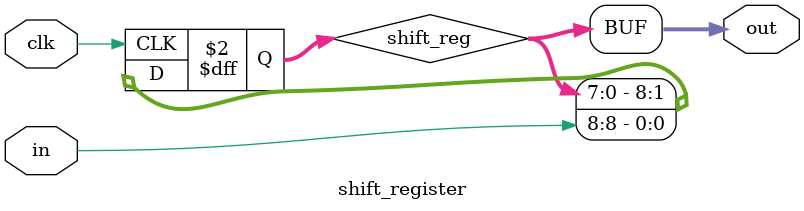
<source format=v>

module LUT1 (
    input I0,
    output O
);

assign O = (I0 == 1'b1) ? 1'b1 : 1'b0;

endmodule

module shift_register
(
    input [8:0]in,
    output [8:0]out,
    input clk
);

reg [8:0]shift_reg;

assign out[8] = shift_reg[8];
assign out[7] = shift_reg[7];
assign out[6] = shift_reg[6];
assign out[5] = shift_reg[5];
assign out[4] = shift_reg[4];
assign out[3] = shift_reg[3];
assign out[2] = shift_reg[2];
assign out[1] = shift_reg[1];
assign out[0] = shift_reg[0];

always @(posedge clk) begin
    shift_reg <= {shift_reg[7:0], in[8]};
end
endmodule

</source>
